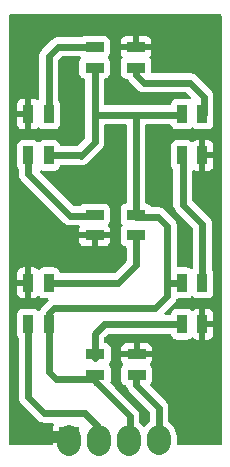
<source format=gtl>
G04 #@! TF.GenerationSoftware,KiCad,Pcbnew,8.0.3*
G04 #@! TF.CreationDate,2025-03-14T18:24:52+01:00*
G04 #@! TF.ProjectId,Nixie,4e697869-652e-46b6-9963-61645f706362,rev?*
G04 #@! TF.SameCoordinates,Original*
G04 #@! TF.FileFunction,Copper,L1,Top*
G04 #@! TF.FilePolarity,Positive*
%FSLAX46Y46*%
G04 Gerber Fmt 4.6, Leading zero omitted, Abs format (unit mm)*
G04 Created by KiCad (PCBNEW 8.0.3) date 2025-03-14 18:24:52*
%MOMM*%
%LPD*%
G01*
G04 APERTURE LIST*
G04 #@! TA.AperFunction,SMDPad,CuDef*
%ADD10R,0.850000X1.600000*%
G04 #@! TD*
G04 #@! TA.AperFunction,SMDPad,CuDef*
%ADD11R,1.600000X0.850000*%
G04 #@! TD*
G04 #@! TA.AperFunction,ComponentPad*
%ADD12R,1.700000X1.700000*%
G04 #@! TD*
G04 #@! TA.AperFunction,ComponentPad*
%ADD13O,1.700000X1.700000*%
G04 #@! TD*
G04 #@! TA.AperFunction,Conductor*
%ADD14C,2.000000*%
G04 #@! TD*
G04 #@! TA.AperFunction,Conductor*
%ADD15C,1.000000*%
G04 #@! TD*
G04 #@! TA.AperFunction,Conductor*
%ADD16C,0.200000*%
G04 #@! TD*
G04 #@! TA.AperFunction,Conductor*
%ADD17C,0.600000*%
G04 #@! TD*
G04 APERTURE END LIST*
D10*
X69875000Y-67350000D03*
X68125000Y-67350000D03*
X68125000Y-70850000D03*
X69875000Y-70850000D03*
X81125000Y-56550000D03*
X82875000Y-56550000D03*
X82875000Y-53050000D03*
X81125000Y-53050000D03*
D11*
X77250000Y-49125000D03*
X77250000Y-47375000D03*
X73750000Y-47375000D03*
X73750000Y-49125000D03*
D10*
X69875000Y-53050000D03*
X68125000Y-53050000D03*
X68125000Y-56550000D03*
X69875000Y-56550000D03*
D11*
X77300000Y-75125000D03*
X77300000Y-73375000D03*
X73800000Y-73375000D03*
X73800000Y-75125000D03*
D10*
X81125000Y-70850000D03*
X82875000Y-70850000D03*
X82875000Y-67350000D03*
X81125000Y-67350000D03*
D11*
X73750000Y-61575000D03*
X73750000Y-63325000D03*
X77250000Y-63325000D03*
X77250000Y-61575000D03*
D12*
X71580000Y-80425000D03*
D13*
X74120000Y-80425000D03*
X76660000Y-80425000D03*
X79200000Y-80425000D03*
D14*
X71580000Y-80425000D02*
X71580000Y-81000000D01*
D15*
X68425000Y-80425000D02*
X68350000Y-80350000D01*
X71580000Y-80425000D02*
X68425000Y-80425000D01*
D16*
X71580000Y-81000000D02*
X71600000Y-81000000D01*
D17*
X74120000Y-79620000D02*
X72900000Y-78400000D01*
D16*
X74120000Y-81000000D02*
X74100000Y-81000000D01*
D17*
X72900000Y-78400000D02*
X69500000Y-78400000D01*
D14*
X74120000Y-80425000D02*
X74120000Y-81000000D01*
D17*
X68125000Y-77025000D02*
X68125000Y-70850000D01*
X74120000Y-81000000D02*
X74120000Y-79620000D01*
X69500000Y-78400000D02*
X68125000Y-77025000D01*
X79900000Y-67400000D02*
X79950000Y-67350000D01*
X76700000Y-80960000D02*
X76700000Y-78600000D01*
X70300000Y-69500000D02*
X78900000Y-69500000D01*
X73750000Y-53100000D02*
X73750000Y-49125000D01*
X72600000Y-56600000D02*
X72550000Y-56550000D01*
X76660000Y-81000000D02*
X76700000Y-80960000D01*
X77250000Y-61750000D02*
X77250000Y-53150000D01*
X81075000Y-53200000D02*
X81225000Y-53050000D01*
X69875000Y-70850000D02*
X69875000Y-69925000D01*
X70475000Y-75475000D02*
X69875000Y-74875000D01*
X74950000Y-76850000D02*
X74075000Y-75975000D01*
X79900000Y-62500000D02*
X79150000Y-61750000D01*
X73575000Y-75475000D02*
X70475000Y-75475000D01*
X69875000Y-69925000D02*
X70300000Y-69500000D01*
X73750000Y-53100000D02*
X81175000Y-53100000D01*
X79900000Y-67400000D02*
X79900000Y-62500000D01*
X81175000Y-53100000D02*
X81225000Y-53050000D01*
X72550000Y-56550000D02*
X69875000Y-56550000D01*
X78900000Y-69500000D02*
X79900000Y-68500000D01*
X76700000Y-78600000D02*
X74950000Y-76850000D01*
X74950000Y-76850000D02*
X73575000Y-75475000D01*
X73750000Y-53100000D02*
X73750000Y-55450000D01*
X79900000Y-68500000D02*
X79900000Y-67400000D01*
X79150000Y-61750000D02*
X77250000Y-61750000D01*
X77250000Y-53150000D02*
X77200000Y-53100000D01*
D16*
X74075000Y-75975000D02*
X73750000Y-75975000D01*
D17*
X79950000Y-67350000D02*
X81125000Y-67350000D01*
D14*
X76660000Y-80425000D02*
X76660000Y-81000000D01*
D17*
X69875000Y-74875000D02*
X69875000Y-70850000D01*
X73750000Y-55450000D02*
X72600000Y-56600000D01*
D16*
X76660000Y-81000000D02*
X76700000Y-81000000D01*
D17*
X77900000Y-50400000D02*
X81800000Y-50400000D01*
X82975000Y-51575000D02*
X82975000Y-53050000D01*
X77250000Y-49125000D02*
X77250000Y-49750000D01*
X81800000Y-50400000D02*
X82975000Y-51575000D01*
X77250000Y-49750000D02*
X77900000Y-50400000D01*
D16*
X79300000Y-81000000D02*
X79450000Y-81000000D01*
X79200000Y-80900000D02*
X79300000Y-81000000D01*
D17*
X79200000Y-77925000D02*
X77250000Y-75975000D01*
D14*
X79200000Y-80425000D02*
X79200000Y-80900000D01*
D17*
X79200000Y-81000000D02*
X79200000Y-77925000D01*
X77250000Y-75975000D02*
X77250000Y-75475000D01*
X77250000Y-65850000D02*
X75750000Y-67350000D01*
X75750000Y-67350000D02*
X69875000Y-67350000D01*
X77250000Y-63325000D02*
X77250000Y-65850000D01*
X71675000Y-61675000D02*
X73200000Y-61675000D01*
X68125000Y-56550000D02*
X68125000Y-58125000D01*
X68125000Y-58125000D02*
X71675000Y-61675000D01*
X73750000Y-47375000D02*
X70625000Y-47375000D01*
X69875000Y-48125000D02*
X69875000Y-53050000D01*
X70625000Y-47375000D02*
X69875000Y-48125000D01*
X81225000Y-60725000D02*
X81225000Y-56550000D01*
X82875000Y-62375000D02*
X81225000Y-60725000D01*
X82875000Y-67350000D02*
X82875000Y-62375000D01*
X73750000Y-73725000D02*
X73750000Y-71650000D01*
X73750000Y-71650000D02*
X74550000Y-70850000D01*
X74550000Y-70850000D02*
X81125000Y-70850000D01*
G04 #@! TA.AperFunction,Conductor*
G36*
X84442539Y-44620185D02*
G01*
X84488294Y-44672989D01*
X84499500Y-44724500D01*
X84499500Y-80975500D01*
X84479815Y-81042539D01*
X84427011Y-81088294D01*
X84375500Y-81099500D01*
X80824500Y-81099500D01*
X80757461Y-81079815D01*
X80711706Y-81027011D01*
X80700500Y-80975500D01*
X80700500Y-80306902D01*
X80663553Y-80073631D01*
X80590566Y-79849003D01*
X80483342Y-79638566D01*
X80469999Y-79620201D01*
X80344517Y-79447490D01*
X80177510Y-79280483D01*
X80171449Y-79276079D01*
X80051614Y-79189012D01*
X80008948Y-79133682D01*
X80000500Y-79088695D01*
X80000500Y-77846157D01*
X80000499Y-77846154D01*
X79986985Y-77778211D01*
X79969739Y-77691508D01*
X79969737Y-77691503D01*
X79969365Y-77690606D01*
X79940011Y-77619738D01*
X79909394Y-77545821D01*
X79909392Y-77545819D01*
X79909392Y-77545817D01*
X79821790Y-77414712D01*
X79767367Y-77360289D01*
X79710289Y-77303211D01*
X78472336Y-76065258D01*
X78438851Y-76003935D01*
X78443835Y-75934243D01*
X78460750Y-75903266D01*
X78543796Y-75792331D01*
X78594091Y-75657483D01*
X78600500Y-75597873D01*
X78600499Y-74652128D01*
X78595299Y-74603757D01*
X78594091Y-74592516D01*
X78543797Y-74457671D01*
X78543793Y-74457664D01*
X78457547Y-74342455D01*
X78452416Y-74337324D01*
X78418931Y-74276001D01*
X78423915Y-74206309D01*
X78452416Y-74161962D01*
X78457190Y-74157187D01*
X78543350Y-74042093D01*
X78543354Y-74042086D01*
X78593596Y-73907379D01*
X78593598Y-73907372D01*
X78599999Y-73847844D01*
X78600000Y-73847827D01*
X78600000Y-73625000D01*
X76000000Y-73625000D01*
X76000000Y-73847844D01*
X76006401Y-73907372D01*
X76006403Y-73907379D01*
X76056645Y-74042086D01*
X76056649Y-74042093D01*
X76142809Y-74157187D01*
X76147584Y-74161962D01*
X76181069Y-74223285D01*
X76176085Y-74292977D01*
X76147584Y-74337324D01*
X76142452Y-74342455D01*
X76056206Y-74457664D01*
X76056202Y-74457671D01*
X76005908Y-74592517D01*
X76000999Y-74638181D01*
X75999501Y-74652123D01*
X75999500Y-74652135D01*
X75999500Y-75597870D01*
X75999501Y-75597876D01*
X76005908Y-75657483D01*
X76056202Y-75792328D01*
X76056206Y-75792335D01*
X76142452Y-75907544D01*
X76142455Y-75907547D01*
X76257664Y-75993793D01*
X76257673Y-75993798D01*
X76338021Y-76023765D01*
X76387177Y-76042099D01*
X76443111Y-76083969D01*
X76465462Y-76134090D01*
X76480261Y-76208489D01*
X76480264Y-76208501D01*
X76540602Y-76354172D01*
X76540609Y-76354185D01*
X76628210Y-76485288D01*
X76628213Y-76485292D01*
X78363181Y-78220259D01*
X78396666Y-78281582D01*
X78399500Y-78307940D01*
X78399500Y-79088695D01*
X78379815Y-79155734D01*
X78348386Y-79189012D01*
X78222496Y-79280478D01*
X78222487Y-79280485D01*
X78055484Y-79447488D01*
X78055483Y-79447490D01*
X78040853Y-79467627D01*
X78030318Y-79482127D01*
X77974987Y-79524792D01*
X77905374Y-79530771D01*
X77843579Y-79498165D01*
X77829682Y-79482127D01*
X77804517Y-79447490D01*
X77637510Y-79280483D01*
X77637503Y-79280478D01*
X77551613Y-79218074D01*
X77508948Y-79162744D01*
X77500500Y-79117757D01*
X77500500Y-78521157D01*
X77500499Y-78521156D01*
X77492083Y-78478842D01*
X77492083Y-78478838D01*
X77469739Y-78366510D01*
X77469738Y-78366503D01*
X77409394Y-78220821D01*
X77409392Y-78220818D01*
X77409390Y-78220814D01*
X77321789Y-78089711D01*
X77321786Y-78089707D01*
X75460289Y-76228211D01*
X75094878Y-75862800D01*
X75061393Y-75801477D01*
X75066376Y-75731788D01*
X75094091Y-75657483D01*
X75100500Y-75597873D01*
X75100499Y-74652128D01*
X75095299Y-74603757D01*
X75094091Y-74592516D01*
X75043797Y-74457671D01*
X75043793Y-74457664D01*
X74957547Y-74342455D01*
X74952773Y-74337681D01*
X74919288Y-74276358D01*
X74924272Y-74206666D01*
X74952773Y-74162319D01*
X74957542Y-74157548D01*
X74957546Y-74157546D01*
X75043796Y-74042331D01*
X75094091Y-73907483D01*
X75100500Y-73847873D01*
X75100499Y-72902155D01*
X76000000Y-72902155D01*
X76000000Y-73125000D01*
X77050000Y-73125000D01*
X77550000Y-73125000D01*
X78600000Y-73125000D01*
X78600000Y-72902172D01*
X78599999Y-72902155D01*
X78593598Y-72842627D01*
X78593596Y-72842620D01*
X78543354Y-72707913D01*
X78543350Y-72707906D01*
X78457190Y-72592812D01*
X78457187Y-72592809D01*
X78342093Y-72506649D01*
X78342086Y-72506645D01*
X78207379Y-72456403D01*
X78207372Y-72456401D01*
X78147844Y-72450000D01*
X77550000Y-72450000D01*
X77550000Y-73125000D01*
X77050000Y-73125000D01*
X77050000Y-72450000D01*
X76452155Y-72450000D01*
X76392627Y-72456401D01*
X76392620Y-72456403D01*
X76257913Y-72506645D01*
X76257906Y-72506649D01*
X76142812Y-72592809D01*
X76142809Y-72592812D01*
X76056649Y-72707906D01*
X76056645Y-72707913D01*
X76006403Y-72842620D01*
X76006401Y-72842627D01*
X76000000Y-72902155D01*
X75100499Y-72902155D01*
X75100499Y-72902128D01*
X75094091Y-72842517D01*
X75043884Y-72707906D01*
X75043797Y-72707671D01*
X75043793Y-72707664D01*
X74957547Y-72592455D01*
X74957544Y-72592452D01*
X74842335Y-72506206D01*
X74842328Y-72506202D01*
X74707483Y-72455908D01*
X74661243Y-72450937D01*
X74596693Y-72424199D01*
X74556845Y-72366806D01*
X74550500Y-72327648D01*
X74550500Y-72032940D01*
X74570185Y-71965901D01*
X74586819Y-71945259D01*
X74845259Y-71686819D01*
X74906582Y-71653334D01*
X74932940Y-71650500D01*
X80083023Y-71650500D01*
X80150062Y-71670185D01*
X80195817Y-71722989D01*
X80203266Y-71750134D01*
X80204124Y-71749932D01*
X80205907Y-71757479D01*
X80256202Y-71892328D01*
X80256206Y-71892335D01*
X80342452Y-72007544D01*
X80342455Y-72007547D01*
X80457664Y-72093793D01*
X80457671Y-72093797D01*
X80592517Y-72144091D01*
X80592516Y-72144091D01*
X80599444Y-72144835D01*
X80652127Y-72150500D01*
X81597872Y-72150499D01*
X81657483Y-72144091D01*
X81792331Y-72093796D01*
X81907546Y-72007546D01*
X81907548Y-72007542D01*
X81912676Y-72002416D01*
X81973999Y-71968931D01*
X82043691Y-71973915D01*
X82088038Y-72002416D01*
X82092812Y-72007190D01*
X82207906Y-72093350D01*
X82207913Y-72093354D01*
X82342620Y-72143596D01*
X82342627Y-72143598D01*
X82402155Y-72149999D01*
X82402172Y-72150000D01*
X82625000Y-72150000D01*
X83125000Y-72150000D01*
X83347828Y-72150000D01*
X83347844Y-72149999D01*
X83407372Y-72143598D01*
X83407379Y-72143596D01*
X83542086Y-72093354D01*
X83542093Y-72093350D01*
X83657187Y-72007190D01*
X83657190Y-72007187D01*
X83743350Y-71892093D01*
X83743354Y-71892086D01*
X83793596Y-71757379D01*
X83793598Y-71757372D01*
X83799999Y-71697844D01*
X83800000Y-71697827D01*
X83800000Y-71100000D01*
X83125000Y-71100000D01*
X83125000Y-72150000D01*
X82625000Y-72150000D01*
X82625000Y-70600000D01*
X83125000Y-70600000D01*
X83800000Y-70600000D01*
X83800000Y-70002172D01*
X83799999Y-70002155D01*
X83793598Y-69942627D01*
X83793596Y-69942620D01*
X83743354Y-69807913D01*
X83743350Y-69807906D01*
X83657190Y-69692812D01*
X83657187Y-69692809D01*
X83542093Y-69606649D01*
X83542086Y-69606645D01*
X83407379Y-69556403D01*
X83407372Y-69556401D01*
X83347844Y-69550000D01*
X83125000Y-69550000D01*
X83125000Y-70600000D01*
X82625000Y-70600000D01*
X82625000Y-69550000D01*
X82402155Y-69550000D01*
X82342627Y-69556401D01*
X82342620Y-69556403D01*
X82207913Y-69606645D01*
X82207906Y-69606649D01*
X82092812Y-69692809D01*
X82088038Y-69697584D01*
X82026715Y-69731069D01*
X81957023Y-69726085D01*
X81912676Y-69697584D01*
X81907544Y-69692452D01*
X81792335Y-69606206D01*
X81792328Y-69606202D01*
X81657482Y-69555908D01*
X81657483Y-69555908D01*
X81597883Y-69549501D01*
X81597881Y-69549500D01*
X81597873Y-69549500D01*
X81597864Y-69549500D01*
X80652129Y-69549500D01*
X80652123Y-69549501D01*
X80592516Y-69555908D01*
X80457671Y-69606202D01*
X80457664Y-69606206D01*
X80342455Y-69692452D01*
X80342452Y-69692455D01*
X80256206Y-69807664D01*
X80256202Y-69807671D01*
X80205908Y-69942517D01*
X80204126Y-69950062D01*
X80201853Y-69949525D01*
X80179571Y-70003312D01*
X80122177Y-70043157D01*
X80083024Y-70049500D01*
X79781940Y-70049500D01*
X79714901Y-70029815D01*
X79669146Y-69977011D01*
X79659202Y-69907853D01*
X79688227Y-69844297D01*
X79694259Y-69837819D01*
X80521786Y-69010292D01*
X80521789Y-69010289D01*
X80609394Y-68879179D01*
X80669738Y-68733497D01*
X80669738Y-68733495D01*
X80672069Y-68727869D01*
X80674514Y-68728881D01*
X80706553Y-68680034D01*
X80770376Y-68651602D01*
X80786880Y-68650499D01*
X81597871Y-68650499D01*
X81597872Y-68650499D01*
X81657483Y-68644091D01*
X81792331Y-68593796D01*
X81907546Y-68507546D01*
X81907548Y-68507542D01*
X81912319Y-68502773D01*
X81973642Y-68469288D01*
X82043334Y-68474272D01*
X82087681Y-68502773D01*
X82092455Y-68507547D01*
X82207664Y-68593793D01*
X82207671Y-68593797D01*
X82342517Y-68644091D01*
X82342516Y-68644091D01*
X82349444Y-68644835D01*
X82402127Y-68650500D01*
X83347872Y-68650499D01*
X83407483Y-68644091D01*
X83542331Y-68593796D01*
X83657546Y-68507546D01*
X83743796Y-68392331D01*
X83794091Y-68257483D01*
X83800500Y-68197873D01*
X83800499Y-66502128D01*
X83794091Y-66442517D01*
X83763422Y-66360290D01*
X83743797Y-66307671D01*
X83743795Y-66307668D01*
X83700233Y-66249476D01*
X83675816Y-66184011D01*
X83675500Y-66175165D01*
X83675500Y-62296155D01*
X83675499Y-62296153D01*
X83664792Y-62242328D01*
X83644737Y-62141503D01*
X83639632Y-62129179D01*
X83630645Y-62107483D01*
X83605954Y-62047872D01*
X83605951Y-62047864D01*
X83584394Y-61995821D01*
X83584392Y-61995819D01*
X83584392Y-61995817D01*
X83496790Y-61864712D01*
X83496789Y-61864711D01*
X83385289Y-61753211D01*
X82061819Y-60429741D01*
X82028334Y-60368418D01*
X82025500Y-60342060D01*
X82025500Y-57902740D01*
X82045185Y-57835701D01*
X82097989Y-57789946D01*
X82167147Y-57780002D01*
X82199418Y-57790743D01*
X82199601Y-57790254D01*
X82342620Y-57843596D01*
X82342627Y-57843598D01*
X82402155Y-57849999D01*
X82402172Y-57850000D01*
X82625000Y-57850000D01*
X83125000Y-57850000D01*
X83347828Y-57850000D01*
X83347844Y-57849999D01*
X83407372Y-57843598D01*
X83407379Y-57843596D01*
X83542086Y-57793354D01*
X83542093Y-57793350D01*
X83657187Y-57707190D01*
X83657190Y-57707187D01*
X83743350Y-57592093D01*
X83743354Y-57592086D01*
X83793596Y-57457379D01*
X83793598Y-57457372D01*
X83799999Y-57397844D01*
X83800000Y-57397827D01*
X83800000Y-56800000D01*
X83125000Y-56800000D01*
X83125000Y-57850000D01*
X82625000Y-57850000D01*
X82625000Y-56300000D01*
X83125000Y-56300000D01*
X83800000Y-56300000D01*
X83800000Y-55702172D01*
X83799999Y-55702155D01*
X83793598Y-55642627D01*
X83793596Y-55642620D01*
X83743354Y-55507913D01*
X83743350Y-55507906D01*
X83657190Y-55392812D01*
X83657187Y-55392809D01*
X83542093Y-55306649D01*
X83542086Y-55306645D01*
X83407379Y-55256403D01*
X83407372Y-55256401D01*
X83347844Y-55250000D01*
X83125000Y-55250000D01*
X83125000Y-56300000D01*
X82625000Y-56300000D01*
X82625000Y-55250000D01*
X82402155Y-55250000D01*
X82342627Y-55256401D01*
X82342620Y-55256403D01*
X82207913Y-55306645D01*
X82207906Y-55306649D01*
X82092812Y-55392809D01*
X82088038Y-55397584D01*
X82026715Y-55431069D01*
X81957023Y-55426085D01*
X81912676Y-55397584D01*
X81907544Y-55392452D01*
X81792335Y-55306206D01*
X81792328Y-55306202D01*
X81657482Y-55255908D01*
X81657483Y-55255908D01*
X81597883Y-55249501D01*
X81597881Y-55249500D01*
X81597873Y-55249500D01*
X81597864Y-55249500D01*
X80652129Y-55249500D01*
X80652123Y-55249501D01*
X80592516Y-55255908D01*
X80457671Y-55306202D01*
X80457664Y-55306206D01*
X80342455Y-55392452D01*
X80342452Y-55392455D01*
X80256206Y-55507664D01*
X80256202Y-55507671D01*
X80205908Y-55642517D01*
X80199501Y-55702116D01*
X80199500Y-55702135D01*
X80199500Y-57397870D01*
X80199501Y-57397876D01*
X80205908Y-57457483D01*
X80256202Y-57592328D01*
X80256203Y-57592329D01*
X80256204Y-57592331D01*
X80342452Y-57707543D01*
X80342451Y-57707543D01*
X80342452Y-57707544D01*
X80342454Y-57707546D01*
X80374812Y-57731769D01*
X80416681Y-57787700D01*
X80424500Y-57831034D01*
X80424500Y-60803846D01*
X80455261Y-60958489D01*
X80455264Y-60958501D01*
X80515602Y-61104172D01*
X80515609Y-61104185D01*
X80603210Y-61235288D01*
X80603213Y-61235292D01*
X82038181Y-62670259D01*
X82071666Y-62731582D01*
X82074500Y-62757940D01*
X82074500Y-66069713D01*
X82054815Y-66136752D01*
X82002011Y-66182507D01*
X81932853Y-66192451D01*
X81876189Y-66168980D01*
X81863302Y-66159333D01*
X81792331Y-66106204D01*
X81792329Y-66106203D01*
X81792328Y-66106202D01*
X81657482Y-66055908D01*
X81657483Y-66055908D01*
X81597883Y-66049501D01*
X81597881Y-66049500D01*
X81597873Y-66049500D01*
X81597865Y-66049500D01*
X80824500Y-66049500D01*
X80757461Y-66029815D01*
X80711706Y-65977011D01*
X80700500Y-65925500D01*
X80700500Y-62421155D01*
X80700499Y-62421153D01*
X80675761Y-62296789D01*
X80669737Y-62266503D01*
X80669735Y-62266498D01*
X80609397Y-62120827D01*
X80609390Y-62120814D01*
X80521790Y-61989712D01*
X80521789Y-61989711D01*
X80410289Y-61878211D01*
X80285289Y-61753211D01*
X79660292Y-61128213D01*
X79660288Y-61128210D01*
X79529185Y-61040609D01*
X79529172Y-61040602D01*
X79383501Y-60980264D01*
X79383489Y-60980261D01*
X79228845Y-60949500D01*
X79228842Y-60949500D01*
X78587180Y-60949500D01*
X78520141Y-60929815D01*
X78487913Y-60899811D01*
X78407546Y-60792454D01*
X78384709Y-60775358D01*
X78292335Y-60706206D01*
X78292328Y-60706202D01*
X78157482Y-60655908D01*
X78149938Y-60654126D01*
X78150474Y-60651853D01*
X78096688Y-60629571D01*
X78056843Y-60572177D01*
X78050500Y-60533024D01*
X78050500Y-54024500D01*
X78070185Y-53957461D01*
X78122989Y-53911706D01*
X78174500Y-53900500D01*
X80098560Y-53900500D01*
X80165599Y-53920185D01*
X80211354Y-53972989D01*
X80214742Y-53981167D01*
X80256202Y-54092328D01*
X80256206Y-54092335D01*
X80342452Y-54207544D01*
X80342455Y-54207547D01*
X80457664Y-54293793D01*
X80457671Y-54293797D01*
X80592517Y-54344091D01*
X80592516Y-54344091D01*
X80599444Y-54344835D01*
X80652127Y-54350500D01*
X81597872Y-54350499D01*
X81657483Y-54344091D01*
X81792331Y-54293796D01*
X81907546Y-54207546D01*
X81907548Y-54207542D01*
X81912319Y-54202773D01*
X81973642Y-54169288D01*
X82043334Y-54174272D01*
X82087681Y-54202773D01*
X82092455Y-54207547D01*
X82207664Y-54293793D01*
X82207671Y-54293797D01*
X82342517Y-54344091D01*
X82342516Y-54344091D01*
X82349444Y-54344835D01*
X82402127Y-54350500D01*
X83347872Y-54350499D01*
X83407483Y-54344091D01*
X83542331Y-54293796D01*
X83657546Y-54207546D01*
X83743796Y-54092331D01*
X83794091Y-53957483D01*
X83800500Y-53897873D01*
X83800499Y-52202128D01*
X83794091Y-52142517D01*
X83783317Y-52113632D01*
X83775500Y-52070300D01*
X83775500Y-51496155D01*
X83775499Y-51496153D01*
X83744738Y-51341510D01*
X83744737Y-51341503D01*
X83694486Y-51220185D01*
X83684397Y-51195827D01*
X83684390Y-51195814D01*
X83596790Y-51064712D01*
X83553864Y-51021786D01*
X83485289Y-50953211D01*
X82310292Y-49778213D01*
X82310288Y-49778210D01*
X82179185Y-49690609D01*
X82179172Y-49690602D01*
X82033501Y-49630264D01*
X82033489Y-49630261D01*
X81878845Y-49599500D01*
X81878842Y-49599500D01*
X78674500Y-49599500D01*
X78607461Y-49579815D01*
X78561706Y-49527011D01*
X78550500Y-49475500D01*
X78550499Y-48652129D01*
X78550498Y-48652123D01*
X78550497Y-48652116D01*
X78544091Y-48592517D01*
X78493796Y-48457669D01*
X78493795Y-48457668D01*
X78493793Y-48457664D01*
X78407547Y-48342455D01*
X78402416Y-48337324D01*
X78368931Y-48276001D01*
X78373915Y-48206309D01*
X78402416Y-48161962D01*
X78407190Y-48157187D01*
X78493350Y-48042093D01*
X78493354Y-48042086D01*
X78543596Y-47907379D01*
X78543598Y-47907372D01*
X78549999Y-47847844D01*
X78550000Y-47847827D01*
X78550000Y-47625000D01*
X75950000Y-47625000D01*
X75950000Y-47847844D01*
X75956401Y-47907372D01*
X75956403Y-47907379D01*
X76006645Y-48042086D01*
X76006649Y-48042093D01*
X76092809Y-48157187D01*
X76097584Y-48161962D01*
X76131069Y-48223285D01*
X76126085Y-48292977D01*
X76097584Y-48337324D01*
X76092452Y-48342455D01*
X76006206Y-48457664D01*
X76006202Y-48457671D01*
X75955908Y-48592517D01*
X75949501Y-48652116D01*
X75949501Y-48652123D01*
X75949500Y-48652135D01*
X75949500Y-49597870D01*
X75949501Y-49597876D01*
X75955908Y-49657483D01*
X76006202Y-49792328D01*
X76006206Y-49792335D01*
X76092452Y-49907544D01*
X76092455Y-49907547D01*
X76207664Y-49993793D01*
X76207671Y-49993797D01*
X76342516Y-50044091D01*
X76402118Y-50050499D01*
X76402127Y-50050500D01*
X76425159Y-50050499D01*
X76492198Y-50070181D01*
X76537954Y-50122983D01*
X76539707Y-50127009D01*
X76540606Y-50129179D01*
X76540608Y-50129182D01*
X76540609Y-50129184D01*
X76628210Y-50260288D01*
X76628213Y-50260292D01*
X77389707Y-51021786D01*
X77389711Y-51021789D01*
X77520814Y-51109390D01*
X77520827Y-51109397D01*
X77666498Y-51169735D01*
X77666503Y-51169737D01*
X77821153Y-51200499D01*
X77821156Y-51200500D01*
X77821158Y-51200500D01*
X77978843Y-51200500D01*
X81417060Y-51200500D01*
X81484099Y-51220185D01*
X81504741Y-51236819D01*
X81838687Y-51570765D01*
X81872172Y-51632088D01*
X81867188Y-51701780D01*
X81825316Y-51757713D01*
X81759852Y-51782130D01*
X81707674Y-51774628D01*
X81657485Y-51755909D01*
X81657483Y-51755908D01*
X81597883Y-51749501D01*
X81597881Y-51749500D01*
X81597873Y-51749500D01*
X81597864Y-51749500D01*
X80652129Y-51749500D01*
X80652123Y-51749501D01*
X80592516Y-51755908D01*
X80457671Y-51806202D01*
X80457664Y-51806206D01*
X80342455Y-51892452D01*
X80342452Y-51892455D01*
X80256206Y-52007664D01*
X80256202Y-52007671D01*
X80205910Y-52142513D01*
X80205909Y-52142517D01*
X80200937Y-52188757D01*
X80174201Y-52253306D01*
X80116809Y-52293154D01*
X80077649Y-52299500D01*
X74674500Y-52299500D01*
X74607461Y-52279815D01*
X74561706Y-52227011D01*
X74550500Y-52175500D01*
X74550500Y-50166976D01*
X74570185Y-50099937D01*
X74622989Y-50054182D01*
X74650135Y-50046736D01*
X74649932Y-50045876D01*
X74657479Y-50044092D01*
X74657481Y-50044091D01*
X74657483Y-50044091D01*
X74792331Y-49993796D01*
X74907546Y-49907546D01*
X74993796Y-49792331D01*
X75044091Y-49657483D01*
X75050500Y-49597873D01*
X75050499Y-48652128D01*
X75044091Y-48592517D01*
X74993796Y-48457669D01*
X74993795Y-48457668D01*
X74993793Y-48457664D01*
X74907547Y-48342455D01*
X74902773Y-48337681D01*
X74869288Y-48276358D01*
X74874272Y-48206666D01*
X74902773Y-48162319D01*
X74907542Y-48157548D01*
X74907546Y-48157546D01*
X74993796Y-48042331D01*
X75044091Y-47907483D01*
X75050500Y-47847873D01*
X75050499Y-46902155D01*
X75950000Y-46902155D01*
X75950000Y-47125000D01*
X77000000Y-47125000D01*
X77500000Y-47125000D01*
X78550000Y-47125000D01*
X78550000Y-46902172D01*
X78549999Y-46902155D01*
X78543598Y-46842627D01*
X78543596Y-46842620D01*
X78493354Y-46707913D01*
X78493350Y-46707906D01*
X78407190Y-46592812D01*
X78407187Y-46592809D01*
X78292093Y-46506649D01*
X78292086Y-46506645D01*
X78157379Y-46456403D01*
X78157372Y-46456401D01*
X78097844Y-46450000D01*
X77500000Y-46450000D01*
X77500000Y-47125000D01*
X77000000Y-47125000D01*
X77000000Y-46450000D01*
X76402155Y-46450000D01*
X76342627Y-46456401D01*
X76342620Y-46456403D01*
X76207913Y-46506645D01*
X76207906Y-46506649D01*
X76092812Y-46592809D01*
X76092809Y-46592812D01*
X76006649Y-46707906D01*
X76006645Y-46707913D01*
X75956403Y-46842620D01*
X75956401Y-46842627D01*
X75950000Y-46902155D01*
X75050499Y-46902155D01*
X75050499Y-46902128D01*
X75044091Y-46842517D01*
X74993884Y-46707906D01*
X74993797Y-46707671D01*
X74993793Y-46707664D01*
X74907547Y-46592455D01*
X74907544Y-46592452D01*
X74792335Y-46506206D01*
X74792328Y-46506202D01*
X74657482Y-46455908D01*
X74657483Y-46455908D01*
X74597883Y-46449501D01*
X74597881Y-46449500D01*
X74597873Y-46449500D01*
X74597864Y-46449500D01*
X72902129Y-46449500D01*
X72902123Y-46449501D01*
X72842516Y-46455908D01*
X72707671Y-46506202D01*
X72707668Y-46506204D01*
X72649476Y-46549767D01*
X72584011Y-46574184D01*
X72575165Y-46574500D01*
X70546155Y-46574500D01*
X70391508Y-46605261D01*
X70391498Y-46605264D01*
X70245827Y-46665602D01*
X70245814Y-46665609D01*
X70114711Y-46753210D01*
X70114707Y-46753213D01*
X69364711Y-47503211D01*
X69308960Y-47558962D01*
X69253209Y-47614712D01*
X69165609Y-47745814D01*
X69165602Y-47745827D01*
X69105264Y-47891498D01*
X69105261Y-47891510D01*
X69074500Y-48046153D01*
X69074500Y-51770337D01*
X69054815Y-51837376D01*
X69002011Y-51883131D01*
X68932853Y-51893075D01*
X68876189Y-51869604D01*
X68792089Y-51806647D01*
X68792086Y-51806645D01*
X68657379Y-51756403D01*
X68657372Y-51756401D01*
X68597844Y-51750000D01*
X68375000Y-51750000D01*
X68375000Y-54350000D01*
X68597828Y-54350000D01*
X68597844Y-54349999D01*
X68657372Y-54343598D01*
X68657379Y-54343596D01*
X68792086Y-54293354D01*
X68792093Y-54293350D01*
X68907187Y-54207190D01*
X68911962Y-54202416D01*
X68973285Y-54168931D01*
X69042977Y-54173915D01*
X69087324Y-54202416D01*
X69092455Y-54207547D01*
X69207664Y-54293793D01*
X69207671Y-54293797D01*
X69342517Y-54344091D01*
X69342516Y-54344091D01*
X69349444Y-54344835D01*
X69402127Y-54350500D01*
X70347872Y-54350499D01*
X70407483Y-54344091D01*
X70542331Y-54293796D01*
X70657546Y-54207546D01*
X70743796Y-54092331D01*
X70794091Y-53957483D01*
X70800500Y-53897873D01*
X70800499Y-52202128D01*
X70794091Y-52142517D01*
X70743884Y-52007906D01*
X70743797Y-52007671D01*
X70743795Y-52007668D01*
X70700233Y-51949476D01*
X70675816Y-51884011D01*
X70675500Y-51875165D01*
X70675500Y-48507940D01*
X70695185Y-48440901D01*
X70711819Y-48420259D01*
X70920259Y-48211819D01*
X70981582Y-48178334D01*
X71007940Y-48175500D01*
X72469714Y-48175500D01*
X72536753Y-48195185D01*
X72582508Y-48247989D01*
X72592452Y-48317147D01*
X72568980Y-48373810D01*
X72540725Y-48411553D01*
X72506204Y-48457668D01*
X72506202Y-48457671D01*
X72455908Y-48592517D01*
X72449501Y-48652116D01*
X72449501Y-48652123D01*
X72449500Y-48652135D01*
X72449500Y-49597870D01*
X72449501Y-49597876D01*
X72455908Y-49657483D01*
X72506202Y-49792328D01*
X72506206Y-49792335D01*
X72592452Y-49907544D01*
X72592455Y-49907547D01*
X72707664Y-49993793D01*
X72707671Y-49993797D01*
X72842517Y-50044091D01*
X72850062Y-50045874D01*
X72849523Y-50048151D01*
X72903287Y-50070408D01*
X72943147Y-50127793D01*
X72949500Y-50166975D01*
X72949500Y-55067060D01*
X72929815Y-55134099D01*
X72913181Y-55154741D01*
X72354741Y-55713181D01*
X72293418Y-55746666D01*
X72267060Y-55749500D01*
X70916977Y-55749500D01*
X70849938Y-55729815D01*
X70804183Y-55677011D01*
X70796733Y-55649865D01*
X70795876Y-55650068D01*
X70794092Y-55642520D01*
X70743797Y-55507671D01*
X70743793Y-55507664D01*
X70657547Y-55392455D01*
X70657544Y-55392452D01*
X70542335Y-55306206D01*
X70542328Y-55306202D01*
X70407482Y-55255908D01*
X70407483Y-55255908D01*
X70347883Y-55249501D01*
X70347881Y-55249500D01*
X70347873Y-55249500D01*
X70347864Y-55249500D01*
X69402129Y-55249500D01*
X69402123Y-55249501D01*
X69342516Y-55255908D01*
X69207671Y-55306202D01*
X69207664Y-55306206D01*
X69092455Y-55392452D01*
X69087681Y-55397227D01*
X69026358Y-55430712D01*
X68956666Y-55425728D01*
X68912319Y-55397227D01*
X68907544Y-55392452D01*
X68792335Y-55306206D01*
X68792328Y-55306202D01*
X68657482Y-55255908D01*
X68657483Y-55255908D01*
X68597883Y-55249501D01*
X68597881Y-55249500D01*
X68597873Y-55249500D01*
X68597864Y-55249500D01*
X67652129Y-55249500D01*
X67652123Y-55249501D01*
X67592516Y-55255908D01*
X67457671Y-55306202D01*
X67457664Y-55306206D01*
X67342455Y-55392452D01*
X67342452Y-55392455D01*
X67256206Y-55507664D01*
X67256202Y-55507671D01*
X67205908Y-55642517D01*
X67199501Y-55702116D01*
X67199500Y-55702135D01*
X67199500Y-57397870D01*
X67199501Y-57397876D01*
X67205908Y-57457483D01*
X67256202Y-57592328D01*
X67256204Y-57592331D01*
X67299766Y-57650522D01*
X67324184Y-57715985D01*
X67324500Y-57724833D01*
X67324500Y-58203846D01*
X67355261Y-58358489D01*
X67355264Y-58358501D01*
X67415602Y-58504172D01*
X67415609Y-58504185D01*
X67503210Y-58635288D01*
X67503213Y-58635292D01*
X71053211Y-62185289D01*
X71110250Y-62242328D01*
X71164712Y-62296790D01*
X71295814Y-62384390D01*
X71295827Y-62384397D01*
X71439223Y-62443793D01*
X71439224Y-62443793D01*
X71439231Y-62443796D01*
X71441503Y-62444737D01*
X71467962Y-62450000D01*
X71596154Y-62475500D01*
X71596157Y-62475500D01*
X71596158Y-62475500D01*
X72397260Y-62475500D01*
X72464299Y-62495185D01*
X72510054Y-62547989D01*
X72519998Y-62617147D01*
X72509256Y-62649418D01*
X72509746Y-62649601D01*
X72456403Y-62792620D01*
X72456401Y-62792627D01*
X72450000Y-62852155D01*
X72450000Y-63075000D01*
X75050000Y-63075000D01*
X75050000Y-62852172D01*
X75049999Y-62852155D01*
X75043598Y-62792627D01*
X75043596Y-62792620D01*
X74993354Y-62657913D01*
X74993350Y-62657906D01*
X74907190Y-62542812D01*
X74902416Y-62538038D01*
X74868931Y-62476715D01*
X74873915Y-62407023D01*
X74902416Y-62362676D01*
X74907542Y-62357548D01*
X74907546Y-62357546D01*
X74993796Y-62242331D01*
X75044091Y-62107483D01*
X75050500Y-62047873D01*
X75050499Y-61102128D01*
X75044091Y-61042517D01*
X75043379Y-61040609D01*
X74993797Y-60907671D01*
X74993793Y-60907664D01*
X74907547Y-60792455D01*
X74907544Y-60792452D01*
X74792335Y-60706206D01*
X74792328Y-60706202D01*
X74657482Y-60655908D01*
X74657483Y-60655908D01*
X74597883Y-60649501D01*
X74597881Y-60649500D01*
X74597873Y-60649500D01*
X74597864Y-60649500D01*
X72902129Y-60649500D01*
X72902123Y-60649501D01*
X72842516Y-60655908D01*
X72707671Y-60706202D01*
X72707664Y-60706206D01*
X72592457Y-60792451D01*
X72592449Y-60792458D01*
X72568232Y-60824810D01*
X72512299Y-60866682D01*
X72468965Y-60874500D01*
X72057940Y-60874500D01*
X71990901Y-60854815D01*
X71970259Y-60838181D01*
X69161312Y-58029234D01*
X69127827Y-57967911D01*
X69132811Y-57898219D01*
X69174683Y-57842286D01*
X69240147Y-57817869D01*
X69292326Y-57825371D01*
X69342517Y-57844091D01*
X69342516Y-57844091D01*
X69349444Y-57844835D01*
X69402127Y-57850500D01*
X70347872Y-57850499D01*
X70407483Y-57844091D01*
X70542331Y-57793796D01*
X70657546Y-57707546D01*
X70743796Y-57592331D01*
X70794091Y-57457483D01*
X70794091Y-57457481D01*
X70795874Y-57449938D01*
X70798146Y-57450474D01*
X70820429Y-57396688D01*
X70877823Y-57356843D01*
X70916976Y-57350500D01*
X72295394Y-57350500D01*
X72342845Y-57359938D01*
X72366503Y-57369738D01*
X72507720Y-57397827D01*
X72521153Y-57400499D01*
X72521157Y-57400500D01*
X72521158Y-57400500D01*
X72678844Y-57400500D01*
X72678845Y-57400499D01*
X72833497Y-57369738D01*
X72979179Y-57309394D01*
X73110289Y-57221789D01*
X73221789Y-57110289D01*
X74371789Y-55960289D01*
X74459394Y-55829179D01*
X74519738Y-55683497D01*
X74550500Y-55528842D01*
X74550500Y-55371157D01*
X74550500Y-54024500D01*
X74570185Y-53957461D01*
X74622989Y-53911706D01*
X74674500Y-53900500D01*
X76325500Y-53900500D01*
X76392539Y-53920185D01*
X76438294Y-53972989D01*
X76449500Y-54024500D01*
X76449500Y-60533023D01*
X76429815Y-60600062D01*
X76377011Y-60645817D01*
X76349865Y-60653266D01*
X76350068Y-60654124D01*
X76342520Y-60655907D01*
X76207671Y-60706202D01*
X76207664Y-60706206D01*
X76092455Y-60792452D01*
X76092452Y-60792455D01*
X76006206Y-60907664D01*
X76006202Y-60907671D01*
X75955908Y-61042517D01*
X75949501Y-61102116D01*
X75949501Y-61102123D01*
X75949500Y-61102135D01*
X75949500Y-62047870D01*
X75949501Y-62047872D01*
X75955908Y-62107483D01*
X76006202Y-62242328D01*
X76006206Y-62242335D01*
X76092452Y-62357544D01*
X76097227Y-62362319D01*
X76130712Y-62423642D01*
X76125728Y-62493334D01*
X76097227Y-62537681D01*
X76092452Y-62542455D01*
X76006206Y-62657664D01*
X76006202Y-62657671D01*
X75955908Y-62792517D01*
X75951709Y-62831578D01*
X75949501Y-62852123D01*
X75949500Y-62852135D01*
X75949500Y-63797870D01*
X75949501Y-63797876D01*
X75955908Y-63857483D01*
X76006202Y-63992328D01*
X76006206Y-63992335D01*
X76092452Y-64107544D01*
X76092455Y-64107547D01*
X76207664Y-64193793D01*
X76207671Y-64193797D01*
X76342517Y-64244091D01*
X76350062Y-64245874D01*
X76349523Y-64248151D01*
X76403287Y-64270408D01*
X76443147Y-64327793D01*
X76449500Y-64366975D01*
X76449500Y-65467060D01*
X76429815Y-65534099D01*
X76413181Y-65554741D01*
X75454741Y-66513181D01*
X75393418Y-66546666D01*
X75367060Y-66549500D01*
X70916977Y-66549500D01*
X70849938Y-66529815D01*
X70804183Y-66477011D01*
X70796733Y-66449865D01*
X70795876Y-66450068D01*
X70794092Y-66442520D01*
X70743797Y-66307671D01*
X70743793Y-66307664D01*
X70657547Y-66192455D01*
X70657544Y-66192452D01*
X70542335Y-66106206D01*
X70542328Y-66106202D01*
X70407482Y-66055908D01*
X70407483Y-66055908D01*
X70347883Y-66049501D01*
X70347881Y-66049500D01*
X70347873Y-66049500D01*
X70347864Y-66049500D01*
X69402129Y-66049500D01*
X69402123Y-66049501D01*
X69342516Y-66055908D01*
X69207671Y-66106202D01*
X69207664Y-66106206D01*
X69092455Y-66192452D01*
X69087324Y-66197584D01*
X69026001Y-66231069D01*
X68956309Y-66226085D01*
X68911962Y-66197584D01*
X68907187Y-66192809D01*
X68792093Y-66106649D01*
X68792086Y-66106645D01*
X68657379Y-66056403D01*
X68657372Y-66056401D01*
X68597844Y-66050000D01*
X68375000Y-66050000D01*
X68375000Y-68650000D01*
X68597828Y-68650000D01*
X68597844Y-68649999D01*
X68657372Y-68643598D01*
X68657379Y-68643596D01*
X68792086Y-68593354D01*
X68792093Y-68593350D01*
X68907187Y-68507190D01*
X68911962Y-68502416D01*
X68973285Y-68468931D01*
X69042977Y-68473915D01*
X69087324Y-68502416D01*
X69092455Y-68507547D01*
X69207664Y-68593793D01*
X69207671Y-68593797D01*
X69342517Y-68644091D01*
X69342516Y-68644091D01*
X69349444Y-68644835D01*
X69402127Y-68650500D01*
X69721733Y-68650499D01*
X69788770Y-68670183D01*
X69834525Y-68722987D01*
X69844469Y-68792146D01*
X69815444Y-68855701D01*
X69794374Y-68874292D01*
X69794419Y-68874347D01*
X69792900Y-68875593D01*
X69790633Y-68877594D01*
X69789714Y-68878208D01*
X69789707Y-68878213D01*
X69364711Y-69303211D01*
X69308960Y-69358962D01*
X69253209Y-69414712D01*
X69253207Y-69414715D01*
X69165607Y-69545818D01*
X69165602Y-69545827D01*
X69123083Y-69648475D01*
X69096204Y-69688702D01*
X69087680Y-69697226D01*
X69026357Y-69730711D01*
X68956665Y-69725727D01*
X68912318Y-69697226D01*
X68907544Y-69692452D01*
X68792335Y-69606206D01*
X68792328Y-69606202D01*
X68657482Y-69555908D01*
X68657483Y-69555908D01*
X68597883Y-69549501D01*
X68597881Y-69549500D01*
X68597873Y-69549500D01*
X68597864Y-69549500D01*
X67652129Y-69549500D01*
X67652123Y-69549501D01*
X67592516Y-69555908D01*
X67457671Y-69606202D01*
X67457664Y-69606206D01*
X67342455Y-69692452D01*
X67342452Y-69692455D01*
X67256206Y-69807664D01*
X67256202Y-69807671D01*
X67205908Y-69942517D01*
X67199501Y-70002116D01*
X67199500Y-70002135D01*
X67199500Y-71697870D01*
X67199501Y-71697876D01*
X67205908Y-71757483D01*
X67256202Y-71892328D01*
X67256204Y-71892331D01*
X67299766Y-71950522D01*
X67324184Y-72015985D01*
X67324500Y-72024833D01*
X67324500Y-77103846D01*
X67355261Y-77258489D01*
X67355264Y-77258501D01*
X67415602Y-77404172D01*
X67415609Y-77404185D01*
X67503210Y-77535288D01*
X67503213Y-77535292D01*
X68989707Y-79021786D01*
X68989711Y-79021789D01*
X69120814Y-79109390D01*
X69120818Y-79109392D01*
X69120821Y-79109394D01*
X69266503Y-79169738D01*
X69421153Y-79200499D01*
X69421157Y-79200500D01*
X69421158Y-79200500D01*
X69578843Y-79200500D01*
X70157439Y-79200500D01*
X70224478Y-79220185D01*
X70270233Y-79272989D01*
X70280177Y-79342147D01*
X70273621Y-79367833D01*
X70236403Y-79467619D01*
X70236401Y-79467627D01*
X70230000Y-79527155D01*
X70230000Y-80175000D01*
X71146988Y-80175000D01*
X71114075Y-80232007D01*
X71080000Y-80359174D01*
X71080000Y-80490826D01*
X71114075Y-80617993D01*
X71146988Y-80675000D01*
X70230000Y-80675000D01*
X70230000Y-80975500D01*
X70210315Y-81042539D01*
X70157511Y-81088294D01*
X70106000Y-81099500D01*
X66624500Y-81099500D01*
X66557461Y-81079815D01*
X66511706Y-81027011D01*
X66500500Y-80975500D01*
X66500500Y-68197844D01*
X67200000Y-68197844D01*
X67206401Y-68257372D01*
X67206403Y-68257379D01*
X67256645Y-68392086D01*
X67256649Y-68392093D01*
X67342809Y-68507187D01*
X67342812Y-68507190D01*
X67457906Y-68593350D01*
X67457913Y-68593354D01*
X67592620Y-68643596D01*
X67592627Y-68643598D01*
X67652155Y-68649999D01*
X67652172Y-68650000D01*
X67875000Y-68650000D01*
X67875000Y-67600000D01*
X67200000Y-67600000D01*
X67200000Y-68197844D01*
X66500500Y-68197844D01*
X66500500Y-66502155D01*
X67200000Y-66502155D01*
X67200000Y-67100000D01*
X67875000Y-67100000D01*
X67875000Y-66050000D01*
X67652155Y-66050000D01*
X67592627Y-66056401D01*
X67592620Y-66056403D01*
X67457913Y-66106645D01*
X67457906Y-66106649D01*
X67342812Y-66192809D01*
X67342809Y-66192812D01*
X67256649Y-66307906D01*
X67256645Y-66307913D01*
X67206403Y-66442620D01*
X67206401Y-66442627D01*
X67200000Y-66502155D01*
X66500500Y-66502155D01*
X66500500Y-63797844D01*
X72450000Y-63797844D01*
X72456401Y-63857372D01*
X72456403Y-63857379D01*
X72506645Y-63992086D01*
X72506649Y-63992093D01*
X72592809Y-64107187D01*
X72592812Y-64107190D01*
X72707906Y-64193350D01*
X72707913Y-64193354D01*
X72842620Y-64243596D01*
X72842627Y-64243598D01*
X72902155Y-64249999D01*
X72902172Y-64250000D01*
X73500000Y-64250000D01*
X74000000Y-64250000D01*
X74597828Y-64250000D01*
X74597844Y-64249999D01*
X74657372Y-64243598D01*
X74657379Y-64243596D01*
X74792086Y-64193354D01*
X74792093Y-64193350D01*
X74907187Y-64107190D01*
X74907190Y-64107187D01*
X74993350Y-63992093D01*
X74993354Y-63992086D01*
X75043596Y-63857379D01*
X75043598Y-63857372D01*
X75049999Y-63797844D01*
X75050000Y-63797827D01*
X75050000Y-63575000D01*
X74000000Y-63575000D01*
X74000000Y-64250000D01*
X73500000Y-64250000D01*
X73500000Y-63575000D01*
X72450000Y-63575000D01*
X72450000Y-63797844D01*
X66500500Y-63797844D01*
X66500500Y-53897844D01*
X67200000Y-53897844D01*
X67206401Y-53957372D01*
X67206403Y-53957379D01*
X67256645Y-54092086D01*
X67256649Y-54092093D01*
X67342809Y-54207187D01*
X67342812Y-54207190D01*
X67457906Y-54293350D01*
X67457913Y-54293354D01*
X67592620Y-54343596D01*
X67592627Y-54343598D01*
X67652155Y-54349999D01*
X67652172Y-54350000D01*
X67875000Y-54350000D01*
X67875000Y-53300000D01*
X67200000Y-53300000D01*
X67200000Y-53897844D01*
X66500500Y-53897844D01*
X66500500Y-52202155D01*
X67200000Y-52202155D01*
X67200000Y-52800000D01*
X67875000Y-52800000D01*
X67875000Y-51750000D01*
X67652155Y-51750000D01*
X67592627Y-51756401D01*
X67592620Y-51756403D01*
X67457913Y-51806645D01*
X67457906Y-51806649D01*
X67342812Y-51892809D01*
X67342809Y-51892812D01*
X67256649Y-52007906D01*
X67256645Y-52007913D01*
X67206403Y-52142620D01*
X67206401Y-52142627D01*
X67200000Y-52202155D01*
X66500500Y-52202155D01*
X66500500Y-44724500D01*
X66520185Y-44657461D01*
X66572989Y-44611706D01*
X66624500Y-44600500D01*
X84375500Y-44600500D01*
X84442539Y-44620185D01*
G37*
G04 #@! TD.AperFunction*
M02*

</source>
